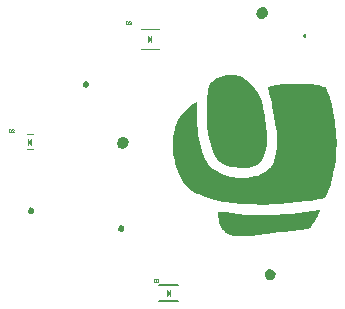
<source format=gto>
G04*
G04 #@! TF.GenerationSoftware,Altium Limited,Altium Designer,19.1.7 (138)*
G04*
G04 Layer_Color=65535*
%FSLAX25Y25*%
%MOIN*%
G70*
G01*
G75*
%ADD10C,0.00500*%
%ADD11C,0.00200*%
%ADD12C,0.00400*%
G36*
X60650Y10450D02*
Y12450D01*
X61650Y11450D01*
X60650Y10450D01*
D02*
G37*
G36*
X15500Y62800D02*
Y60800D01*
X14500Y61800D01*
X15500Y62800D01*
D02*
G37*
G36*
X54350Y95100D02*
Y97100D01*
X55350Y96100D01*
X54350Y95100D01*
D02*
G37*
G36*
X93162Y106620D02*
X93520Y106441D01*
X93878Y106172D01*
X94146Y105725D01*
X94325Y105099D01*
Y105009D01*
Y104831D01*
X94236Y104473D01*
X94146Y104115D01*
X93967Y103668D01*
X93610Y103310D01*
X93162Y102952D01*
X92536Y102773D01*
X92268D01*
X91642Y102863D01*
X91284Y103042D01*
X90926Y103310D01*
X90658Y103757D01*
X90479Y104294D01*
Y104383D01*
Y104652D01*
X90568Y104920D01*
X90658Y105367D01*
X90837Y105725D01*
X91105Y106172D01*
X91552Y106441D01*
X92178Y106709D01*
X92805D01*
X93162Y106620D01*
D02*
G37*
G36*
X33992Y81969D02*
X34260Y81880D01*
X34439Y81701D01*
X34618Y81433D01*
X34707Y81075D01*
Y80896D01*
X34528Y80628D01*
X34260Y80180D01*
X33813Y79823D01*
X33634D01*
X33276Y79912D01*
X33008Y80001D01*
X32829Y80180D01*
X32650Y80449D01*
X32561Y80806D01*
Y80985D01*
X32739Y81343D01*
X33008Y81701D01*
X33455Y82059D01*
X33634D01*
X33992Y81969D01*
D02*
G37*
G36*
X107013Y96495D02*
X106834D01*
X106476Y96585D01*
X106029Y96764D01*
X105939Y96943D01*
X105850Y97211D01*
X105939Y97300D01*
X106029Y97479D01*
X106387Y97658D01*
X107013Y97748D01*
Y96495D01*
D02*
G37*
G36*
X95694Y19182D02*
X96052Y19003D01*
X96410Y18734D01*
X96678Y18377D01*
X96857Y17840D01*
Y17751D01*
Y17571D01*
X96767Y17214D01*
X96678Y16856D01*
X96499Y16498D01*
X96231Y16140D01*
X95784Y15872D01*
X95247Y15604D01*
X95068D01*
X94621Y15693D01*
X94084Y15872D01*
X93905Y16140D01*
X93637Y16409D01*
X93547Y16588D01*
X93368Y16945D01*
X93279Y17571D01*
X93368Y18287D01*
X93458Y18466D01*
X93726Y18734D01*
X94084Y19092D01*
X94800Y19271D01*
X95068D01*
X95694Y19182D01*
D02*
G37*
G36*
X46007Y33856D02*
X46186Y33678D01*
X46365Y33409D01*
X46455Y32962D01*
Y32783D01*
X46365Y32515D01*
X46097Y32157D01*
X45649Y31888D01*
X45023D01*
X44844Y31978D01*
X44666Y32157D01*
X44487Y32515D01*
X44397Y32872D01*
Y33051D01*
X44576Y33320D01*
X44755Y33767D01*
X45202Y34035D01*
X45828D01*
X46007Y33856D01*
D02*
G37*
G36*
X15692Y39819D02*
X15960Y39730D01*
X16139Y39551D01*
X16318Y39283D01*
X16407Y38925D01*
Y38746D01*
X16229Y38478D01*
X15960Y38030D01*
X15513Y37673D01*
X15334D01*
X14976Y37762D01*
X14708Y37851D01*
X14529Y38030D01*
X14350Y38299D01*
X14261Y38656D01*
Y38835D01*
X14439Y39193D01*
X14708Y39551D01*
X15155Y39909D01*
X15334D01*
X15692Y39819D01*
D02*
G37*
G36*
X46712Y63370D02*
X47070Y63191D01*
X47428Y62922D01*
X47696Y62475D01*
X47875Y61849D01*
Y61759D01*
Y61580D01*
X47786Y61223D01*
X47696Y60865D01*
X47517Y60418D01*
X47160Y60060D01*
X46712Y59702D01*
X46086Y59523D01*
X45818D01*
X45192Y59613D01*
X44834Y59791D01*
X44476Y60060D01*
X44208Y60507D01*
X44029Y61044D01*
Y61133D01*
Y61402D01*
X44118Y61670D01*
X44208Y62117D01*
X44387Y62475D01*
X44655Y62922D01*
X45102Y63191D01*
X45728Y63459D01*
X46355D01*
X46712Y63370D01*
D02*
G37*
G36*
X83853Y83978D02*
X83946D01*
X84131Y83885D01*
X84501Y83793D01*
X85057Y83608D01*
X85612Y83330D01*
X86260Y82960D01*
X87001Y82497D01*
X87742Y81941D01*
X88575Y81200D01*
X89316Y80367D01*
X90149Y79348D01*
X90890Y78145D01*
X91538Y76756D01*
X92186Y75275D01*
X92649Y73423D01*
X93112Y71478D01*
Y71293D01*
X93205Y70923D01*
X93297Y70275D01*
X93390Y69349D01*
X93483Y68793D01*
X93575Y68053D01*
X93668Y67312D01*
X93760Y66386D01*
X93853Y65367D01*
X94038Y64256D01*
Y64164D01*
Y63793D01*
X94131Y63331D01*
Y62682D01*
X94038Y61942D01*
Y61108D01*
X93760Y59164D01*
X93483Y58238D01*
X93112Y57219D01*
X92742Y56294D01*
X92186Y55460D01*
X91445Y54720D01*
X90705Y54071D01*
X89686Y53609D01*
X88575Y53238D01*
X88297D01*
X88020Y53146D01*
X87001D01*
X86446Y53053D01*
X84964Y53146D01*
X83390Y53238D01*
X81723Y53516D01*
X80057Y54071D01*
X78483Y54905D01*
X78390Y54997D01*
X78205Y55182D01*
X77927Y55460D01*
X77650Y55738D01*
Y55831D01*
X77464Y55923D01*
X77279Y56201D01*
X77001Y56571D01*
X76724Y57127D01*
X76446Y57775D01*
X76076Y58608D01*
X75705Y59627D01*
Y59719D01*
X75613Y59905D01*
X75520Y60182D01*
X75427Y60553D01*
X75242Y61108D01*
X75150Y61664D01*
X74779Y63053D01*
X74409Y64812D01*
X74131Y66756D01*
X73946Y68886D01*
X73853Y71201D01*
Y71386D01*
Y71756D01*
Y72312D01*
Y73145D01*
X73946Y73978D01*
Y74997D01*
X74131Y77219D01*
Y77404D01*
X74224Y77775D01*
X74316Y78330D01*
X74409Y78978D01*
X74779Y80460D01*
X75057Y81108D01*
X75335Y81571D01*
X75427Y81663D01*
X75613Y81849D01*
X76076Y82219D01*
X76631Y82589D01*
X77279Y82960D01*
X78205Y83330D01*
X79316Y83700D01*
X80612Y83978D01*
X80890D01*
X81261Y84071D01*
X82649D01*
X83853Y83978D01*
D02*
G37*
G36*
X107556Y81108D02*
X108112D01*
X108482Y81015D01*
X108852D01*
X110241Y80830D01*
X111260Y80645D01*
X112186Y80367D01*
X112834Y80182D01*
X113297Y79997D01*
X113575Y79904D01*
X113760Y79719D01*
X113945Y79348D01*
X114130Y78886D01*
X114408Y78145D01*
X114686Y77497D01*
X114871Y76756D01*
X115056Y76200D01*
X115241Y75830D01*
Y75645D01*
X115612Y73978D01*
X115982Y72219D01*
X116352Y70275D01*
X116630Y68423D01*
X116815Y66849D01*
X116908Y66108D01*
X117000Y65460D01*
Y64997D01*
X117093Y64627D01*
Y64349D01*
Y64256D01*
X117278Y61386D01*
X117093Y58608D01*
X116908Y55831D01*
X116537Y53423D01*
X116260Y52312D01*
X116074Y51294D01*
X115889Y50368D01*
X115704Y49627D01*
X115519Y48979D01*
X115426Y48516D01*
X115334Y48238D01*
Y48146D01*
Y47683D01*
X115241Y47590D01*
Y47498D01*
X114778Y46109D01*
X114408Y45090D01*
X114037Y44257D01*
X113667Y43701D01*
X113297Y43331D01*
X113019Y43146D01*
X112926Y42961D01*
X112834D01*
X112371Y42868D01*
X111815Y42775D01*
X111075Y42590D01*
X110241Y42498D01*
X108482Y42220D01*
X106538Y41942D01*
X104686Y41757D01*
X103852Y41664D01*
X103112Y41572D01*
X102464Y41479D01*
X102001D01*
X101723Y41387D01*
X101630D01*
X97464Y41016D01*
X95519Y40924D01*
X93575Y40831D01*
X91816D01*
X90149Y40924D01*
X88575D01*
X87094Y41016D01*
X85798Y41109D01*
X84594Y41201D01*
X83575Y41294D01*
X82649Y41387D01*
X82001Y41479D01*
X81538D01*
X81168Y41572D01*
X81075D01*
X79594Y41850D01*
X78113Y42127D01*
X76816Y42405D01*
X75613Y42775D01*
X74594Y43053D01*
X73576Y43424D01*
X72650Y43701D01*
X71909Y43979D01*
X71261Y44257D01*
X70613Y44535D01*
X70150Y44813D01*
X69779Y44998D01*
X69224Y45275D01*
X69039Y45368D01*
X67928Y46294D01*
X67002Y47312D01*
X66076Y48423D01*
X65335Y49627D01*
X64780Y50923D01*
X64224Y52127D01*
X63483Y54534D01*
X63205Y55738D01*
X62928Y56757D01*
X62835Y57775D01*
X62650Y58608D01*
Y59257D01*
X62557Y59812D01*
Y60182D01*
Y60275D01*
X62650Y61942D01*
X62743Y63423D01*
X62928Y64719D01*
X63205Y65830D01*
X63483Y66756D01*
X63669Y67404D01*
X63761Y67775D01*
X63854Y67960D01*
X64317Y68978D01*
X64872Y69904D01*
X65983Y71386D01*
X67187Y72589D01*
X68298Y73608D01*
X69224Y74256D01*
X70057Y74719D01*
X70613Y74904D01*
X70705Y74997D01*
X70798D01*
X70705Y74164D01*
X70613Y73238D01*
X70705Y71108D01*
Y70090D01*
Y69256D01*
X70798Y68701D01*
Y68608D01*
Y68515D01*
Y68053D01*
Y67867D01*
Y67775D01*
X70983Y65923D01*
X71168Y64256D01*
X71446Y62775D01*
X71724Y61294D01*
X72094Y59997D01*
X72372Y58886D01*
X72742Y57868D01*
X73113Y56942D01*
X73483Y56201D01*
X73853Y55460D01*
X74131Y54905D01*
X74409Y54442D01*
X74594Y54164D01*
X74779Y53886D01*
X74964Y53794D01*
Y53701D01*
X75983Y52775D01*
X77187Y52034D01*
X78483Y51386D01*
X79779Y50831D01*
X80890Y50460D01*
X81909Y50183D01*
X82279Y50090D01*
X82464D01*
X82649Y49997D01*
X82742D01*
X84409Y49812D01*
X85983Y49720D01*
X87371Y49812D01*
X88668Y49997D01*
X89872Y50275D01*
X90890Y50553D01*
X91816Y50923D01*
X92649Y51386D01*
X93390Y51849D01*
X93945Y52312D01*
X94501Y52683D01*
X94871Y53053D01*
X95242Y53423D01*
X95427Y53701D01*
X95612Y53794D01*
Y53886D01*
X96260Y55090D01*
X96723Y56571D01*
X97093Y58053D01*
X97279Y59627D01*
X97464Y60923D01*
Y62034D01*
Y62497D01*
Y62775D01*
Y62960D01*
Y63053D01*
Y63145D01*
Y63238D01*
X97371Y64164D01*
X97279Y65275D01*
X97093Y66479D01*
X96816Y67775D01*
X96353Y70552D01*
X95797Y73330D01*
X95519Y74719D01*
X95242Y75923D01*
X94964Y77126D01*
X94779Y78052D01*
X94594Y78886D01*
X94408Y79534D01*
X94316Y79997D01*
Y80089D01*
X96908Y80645D01*
X99408Y81015D01*
X101908Y81200D01*
X106815D01*
X107556Y81108D01*
D02*
G37*
G36*
X111630Y39165D02*
X111538Y38794D01*
X111445Y38146D01*
X111075Y37405D01*
X110982Y37220D01*
X110797Y36850D01*
X110426Y36202D01*
X109964Y35461D01*
X109501Y34720D01*
X109130Y33979D01*
X108667Y33424D01*
X108297Y33053D01*
X108112Y32961D01*
X107926Y32868D01*
X107741Y32776D01*
X107464D01*
X107093Y32683D01*
X106538Y32591D01*
X105889Y32498D01*
X104964Y32405D01*
X103945Y32313D01*
X103760D01*
X103482Y32220D01*
X103019Y32128D01*
X102278Y32035D01*
X101260Y31942D01*
X100612Y31850D01*
X99871Y31757D01*
X99038Y31665D01*
X98112Y31572D01*
X94131Y31109D01*
X93945D01*
X93483Y31017D01*
X92742Y30924D01*
X91723Y30831D01*
X91631D01*
X91353Y30739D01*
X90890D01*
X90334Y30646D01*
X89686Y30554D01*
X88946Y30461D01*
X87186Y30368D01*
X85242D01*
X83390Y30461D01*
X81723Y30831D01*
X81075Y31109D01*
X80427Y31387D01*
X80335Y31479D01*
X80150Y31665D01*
X79872Y31942D01*
X79501Y32313D01*
X79131Y32776D01*
X78761Y33424D01*
X78390Y34165D01*
X78113Y34905D01*
Y34998D01*
X78020Y35183D01*
Y35554D01*
X77927Y36016D01*
X77742Y37128D01*
X77650Y38516D01*
X78020D01*
X78483Y38424D01*
X79038D01*
X79872Y38331D01*
X80798Y38239D01*
X81909Y38146D01*
X83205Y37961D01*
X83390D01*
X83760Y37868D01*
X84316Y37776D01*
X84964Y37683D01*
X86446Y37498D01*
X87186D01*
X87835Y37405D01*
X88946D01*
X89594Y37313D01*
X93297D01*
X94501Y37405D01*
X95890D01*
X97371Y37498D01*
X98853Y37590D01*
X100519Y37683D01*
X102278Y37776D01*
X104130Y37961D01*
X104408D01*
X104686Y38053D01*
X105056D01*
X106075Y38239D01*
X107278Y38331D01*
X108482Y38609D01*
X109778Y38794D01*
X110797Y38979D01*
X111260Y39165D01*
X111630Y39257D01*
Y39165D01*
D02*
G37*
D10*
X58000Y14127D02*
X64300D01*
X58000Y8773D02*
X64300D01*
D11*
X60650Y12450D02*
X61650Y11450D01*
X60650Y10450D02*
Y12450D01*
Y10450D02*
X61650Y11450D01*
Y12450D01*
Y10450D02*
Y12450D01*
Y10450D02*
Y11450D01*
X14500Y61800D02*
Y62800D01*
Y60800D02*
Y62800D01*
Y60800D02*
Y61800D01*
X15500Y62800D01*
Y60800D02*
Y62800D01*
X14500Y61800D02*
X15500Y60800D01*
X55350Y95100D02*
Y96100D01*
Y95100D02*
Y97100D01*
Y96100D02*
Y97100D01*
X54350Y95100D02*
X55350Y96100D01*
X54350Y95100D02*
Y97100D01*
X55350Y96100D01*
X46850Y101900D02*
Y100900D01*
X47350D01*
X47516Y101067D01*
Y101733D01*
X47350Y101900D01*
X46850D01*
X47850Y101733D02*
X48016Y101900D01*
X48349D01*
X48516Y101733D01*
Y101566D01*
X48349Y101400D01*
X48183D01*
X48349D01*
X48516Y101233D01*
Y101067D01*
X48349Y100900D01*
X48016D01*
X47850Y101067D01*
X7850Y66000D02*
Y65000D01*
X8350D01*
X8517Y65167D01*
Y65833D01*
X8350Y66000D01*
X7850D01*
X9516Y65000D02*
X8850D01*
X9516Y65666D01*
Y65833D01*
X9349Y66000D01*
X9016D01*
X8850Y65833D01*
X56350Y16100D02*
Y15100D01*
X56850D01*
X57016Y15267D01*
Y15933D01*
X56850Y16100D01*
X56350D01*
X57350Y15100D02*
X57683D01*
X57516D01*
Y16100D01*
X57350Y15933D01*
D12*
X14000Y64300D02*
X16000D01*
X14000Y59300D02*
X16000D01*
X51850Y92700D02*
X57850D01*
X51850Y99500D02*
X57850D01*
M02*

</source>
